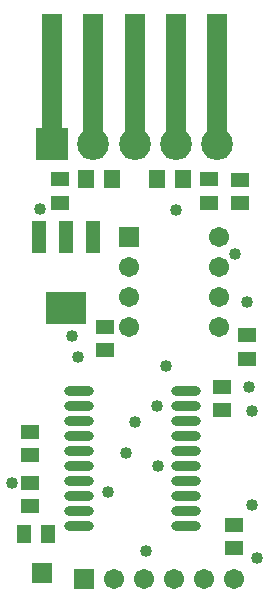
<source format=gts>
%FSTAX24Y24*%
%MOIN*%
G70*
G01*
G75*
G04 Layer_Color=8388736*
%ADD10R,0.0512X0.0394*%
%ADD11O,0.0906X0.0236*%
%ADD12R,0.0394X0.0512*%
%ADD13R,0.1299X0.1004*%
%ADD14R,0.0374X0.1004*%
%ADD15R,0.0472X0.0512*%
%ADD16C,0.0100*%
%ADD17C,0.0300*%
%ADD18R,0.0650X0.4803*%
%ADD19C,0.0591*%
%ADD20R,0.0591X0.0591*%
%ADD21C,0.0984*%
%ADD22R,0.0984X0.0984*%
%ADD23C,0.0320*%
%ADD24R,0.0984X0.0512*%
%ADD25R,0.0374X0.0315*%
%ADD26R,0.0630X0.0630*%
%ADD27R,0.0709X0.0709*%
%ADD28C,0.0236*%
%ADD29C,0.0098*%
%ADD30C,0.0079*%
%ADD31C,0.0040*%
%ADD32C,0.0039*%
%ADD33R,0.0592X0.0474*%
%ADD34O,0.0986X0.0316*%
%ADD35R,0.0474X0.0592*%
%ADD36R,0.1379X0.1084*%
%ADD37R,0.0454X0.1084*%
%ADD38R,0.0552X0.0592*%
%ADD39C,0.0671*%
%ADD40R,0.0671X0.0671*%
%ADD41C,0.1064*%
%ADD42R,0.1064X0.1064*%
%ADD43C,0.0400*%
D18*
X235928Y197674D02*
D03*
X237306D02*
D03*
X238684D02*
D03*
X240062D02*
D03*
X24144D02*
D03*
D33*
X2377Y188856D02*
D03*
Y189643D02*
D03*
X2416Y186856D02*
D03*
Y187643D02*
D03*
X2352Y186143D02*
D03*
Y185356D02*
D03*
Y183656D02*
D03*
Y184443D02*
D03*
X236204Y193776D02*
D03*
Y194564D02*
D03*
X242Y182256D02*
D03*
Y183043D02*
D03*
X241165Y193776D02*
D03*
Y194564D02*
D03*
X242415Y189367D02*
D03*
Y18858D02*
D03*
X242208Y194544D02*
D03*
Y193757D02*
D03*
D34*
X236809Y1875D02*
D03*
Y187D02*
D03*
Y1865D02*
D03*
Y186D02*
D03*
Y1855D02*
D03*
Y185D02*
D03*
Y1845D02*
D03*
Y184D02*
D03*
Y1835D02*
D03*
Y183D02*
D03*
X240391Y1875D02*
D03*
Y187D02*
D03*
Y1865D02*
D03*
Y186D02*
D03*
Y1855D02*
D03*
Y185D02*
D03*
Y1845D02*
D03*
Y184D02*
D03*
Y1835D02*
D03*
Y183D02*
D03*
D35*
X235006Y18275D02*
D03*
X235794D02*
D03*
D36*
X2364Y190278D02*
D03*
D37*
X235494Y192621D02*
D03*
X2364D02*
D03*
X237306D02*
D03*
D38*
X23707Y194564D02*
D03*
X237936D02*
D03*
X239432D02*
D03*
X240298D02*
D03*
D39*
X2415Y18965D02*
D03*
Y19065D02*
D03*
Y19165D02*
D03*
Y19265D02*
D03*
X2385Y18965D02*
D03*
Y19065D02*
D03*
Y19165D02*
D03*
X242Y18125D02*
D03*
X241D02*
D03*
X24D02*
D03*
X239D02*
D03*
X238D02*
D03*
D40*
X2385Y19265D02*
D03*
X2356Y18145D02*
D03*
X237Y18125D02*
D03*
D41*
X24144Y195745D02*
D03*
X238684D02*
D03*
X240062D02*
D03*
X237306D02*
D03*
D42*
X235928D02*
D03*
D43*
X23945Y185D02*
D03*
X2384Y18545D02*
D03*
X24259Y18685D02*
D03*
X2425Y18765D02*
D03*
X2378Y18415D02*
D03*
X234606Y184443D02*
D03*
X2366Y18935D02*
D03*
X2368Y18865D02*
D03*
X235535Y193557D02*
D03*
X238684Y18647D02*
D03*
X239411Y187D02*
D03*
X240052Y193521D02*
D03*
X239044Y182162D02*
D03*
X242769Y181936D02*
D03*
X242582Y183688D02*
D03*
X242011Y192084D02*
D03*
X239718Y188343D02*
D03*
X242415Y190469D02*
D03*
M02*

</source>
